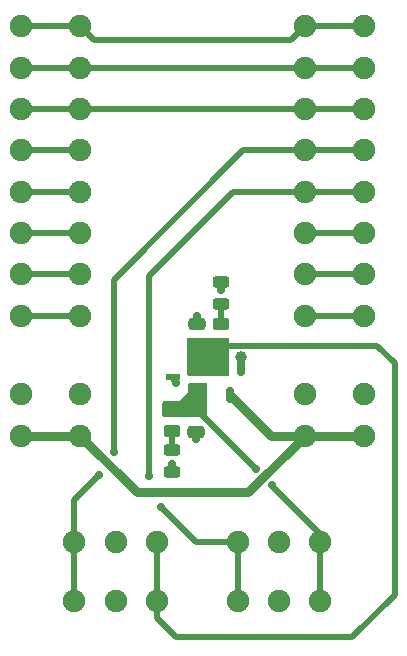
<source format=gtl>
G04 #@! TF.GenerationSoftware,KiCad,Pcbnew,9.0.0*
G04 #@! TF.CreationDate,2025-02-28T23:21:34-08:00*
G04 #@! TF.ProjectId,Constellation STAR ITC V1.1,436f6e73-7465-46c6-9c61-74696f6e2053,rev?*
G04 #@! TF.SameCoordinates,Original*
G04 #@! TF.FileFunction,Copper,L1,Top*
G04 #@! TF.FilePolarity,Positive*
%FSLAX46Y46*%
G04 Gerber Fmt 4.6, Leading zero omitted, Abs format (unit mm)*
G04 Created by KiCad (PCBNEW 9.0.0) date 2025-02-28 23:21:34*
%MOMM*%
%LPD*%
G01*
G04 APERTURE LIST*
G04 Aperture macros list*
%AMRoundRect*
0 Rectangle with rounded corners*
0 $1 Rounding radius*
0 $2 $3 $4 $5 $6 $7 $8 $9 X,Y pos of 4 corners*
0 Add a 4 corners polygon primitive as box body*
4,1,4,$2,$3,$4,$5,$6,$7,$8,$9,$2,$3,0*
0 Add four circle primitives for the rounded corners*
1,1,$1+$1,$2,$3*
1,1,$1+$1,$4,$5*
1,1,$1+$1,$6,$7*
1,1,$1+$1,$8,$9*
0 Add four rect primitives between the rounded corners*
20,1,$1+$1,$2,$3,$4,$5,0*
20,1,$1+$1,$4,$5,$6,$7,0*
20,1,$1+$1,$6,$7,$8,$9,0*
20,1,$1+$1,$8,$9,$2,$3,0*%
G04 Aperture macros list end*
G04 #@! TA.AperFunction,ComponentPad*
%ADD10C,1.900000*%
G04 #@! TD*
G04 #@! TA.AperFunction,SMDPad,CuDef*
%ADD11RoundRect,0.250000X0.450000X-0.262500X0.450000X0.262500X-0.450000X0.262500X-0.450000X-0.262500X0*%
G04 #@! TD*
G04 #@! TA.AperFunction,SMDPad,CuDef*
%ADD12R,1.250000X0.600000*%
G04 #@! TD*
G04 #@! TA.AperFunction,SMDPad,CuDef*
%ADD13RoundRect,0.250000X0.475000X-0.250000X0.475000X0.250000X-0.475000X0.250000X-0.475000X-0.250000X0*%
G04 #@! TD*
G04 #@! TA.AperFunction,SMDPad,CuDef*
%ADD14RoundRect,0.250000X-0.450000X0.262500X-0.450000X-0.262500X0.450000X-0.262500X0.450000X0.262500X0*%
G04 #@! TD*
G04 #@! TA.AperFunction,SMDPad,CuDef*
%ADD15RoundRect,0.243750X-0.456250X0.243750X-0.456250X-0.243750X0.456250X-0.243750X0.456250X0.243750X0*%
G04 #@! TD*
G04 #@! TA.AperFunction,SMDPad,CuDef*
%ADD16RoundRect,0.243750X0.456250X-0.243750X0.456250X0.243750X-0.456250X0.243750X-0.456250X-0.243750X0*%
G04 #@! TD*
G04 #@! TA.AperFunction,SMDPad,CuDef*
%ADD17RoundRect,0.150000X-0.150000X0.512500X-0.150000X-0.512500X0.150000X-0.512500X0.150000X0.512500X0*%
G04 #@! TD*
G04 #@! TA.AperFunction,SMDPad,CuDef*
%ADD18RoundRect,0.250000X-0.475000X0.250000X-0.475000X-0.250000X0.475000X-0.250000X0.475000X0.250000X0*%
G04 #@! TD*
G04 #@! TA.AperFunction,ViaPad*
%ADD19C,0.700000*%
G04 #@! TD*
G04 #@! TA.AperFunction,ViaPad*
%ADD20C,1.000000*%
G04 #@! TD*
G04 #@! TA.AperFunction,Conductor*
%ADD21C,0.500000*%
G04 #@! TD*
G04 #@! TA.AperFunction,Conductor*
%ADD22C,0.750000*%
G04 #@! TD*
G04 APERTURE END LIST*
D10*
X44450000Y-61270000D03*
X39450000Y-61270000D03*
X44450000Y-64770000D03*
X39450000Y-64770000D03*
D11*
X56360000Y-57154999D03*
X56360000Y-55329999D03*
D12*
X54430000Y-60780000D03*
X54430000Y-58880000D03*
X52329999Y-59830000D03*
D13*
X54329999Y-57179999D03*
X54329999Y-55280001D03*
D14*
X52279999Y-62567499D03*
X52279999Y-64392499D03*
D10*
X63500000Y-64770000D03*
X68500000Y-64770000D03*
X63500000Y-61270000D03*
X68500000Y-61270000D03*
X63500000Y-54610000D03*
X68500000Y-54610000D03*
X63500000Y-51109999D03*
X68500000Y-51109999D03*
X63500000Y-47609998D03*
X68500000Y-47609998D03*
X63500000Y-44109998D03*
X68500000Y-44109998D03*
X63500000Y-40609997D03*
X68500000Y-40609997D03*
X63500000Y-37109997D03*
X68500000Y-37109997D03*
X63500000Y-33609996D03*
X68500000Y-33609996D03*
X63500000Y-30109995D03*
X68500000Y-30109995D03*
D15*
X56360000Y-51754998D03*
X56360000Y-53630000D03*
D10*
X43959999Y-73730000D03*
X43959999Y-78730000D03*
X47459999Y-73730000D03*
X47459999Y-78730000D03*
X50960000Y-73730000D03*
X50960000Y-78730000D03*
D16*
X52279999Y-67867500D03*
X52279999Y-65992498D03*
D17*
X58079998Y-59012500D03*
X56180000Y-59012500D03*
X57129999Y-61287500D03*
D18*
X54279999Y-62530000D03*
X54279999Y-64429998D03*
D10*
X57799999Y-73730000D03*
X57799999Y-78730000D03*
X61299999Y-73730000D03*
X61299999Y-78730000D03*
X64800000Y-73730000D03*
X64800000Y-78730000D03*
X44450000Y-30109995D03*
X39450000Y-30109995D03*
X44450000Y-33609996D03*
X39450000Y-33609996D03*
X44450000Y-37109997D03*
X39450000Y-37109997D03*
X44450000Y-40609997D03*
X39450000Y-40609997D03*
X44450000Y-44109998D03*
X39450000Y-44109998D03*
X44450000Y-47609998D03*
X39450000Y-47609998D03*
X44450000Y-51109999D03*
X39450000Y-51109999D03*
X44450000Y-54610000D03*
X39450000Y-54610000D03*
D19*
X59355926Y-67605926D03*
X60720000Y-68960000D03*
X54280000Y-65090000D03*
X54340000Y-54620000D03*
X52270000Y-67200000D03*
X52610000Y-60280000D03*
X56360000Y-52430000D03*
D20*
X58060000Y-58090000D03*
D19*
X46080000Y-68070000D03*
X47330000Y-66180000D03*
X50290000Y-68200000D03*
X51300000Y-70780000D03*
D21*
X64800000Y-73080000D02*
X64800000Y-73730000D01*
X64800000Y-73730000D02*
X64800000Y-78730000D01*
X59355926Y-67605926D02*
X54279999Y-62530000D01*
X60720000Y-68960000D02*
X60720000Y-69000000D01*
X60720000Y-69000000D02*
X64800000Y-73080000D01*
X52329999Y-59999999D02*
X52329999Y-59830000D01*
X54329999Y-55280001D02*
X54329999Y-54630001D01*
X52279999Y-67209999D02*
X52270000Y-67200000D01*
X56360000Y-51754998D02*
X56360000Y-52430000D01*
X54329999Y-54630001D02*
X54340000Y-54620000D01*
X52279999Y-67867500D02*
X52279999Y-67209999D01*
X58079998Y-59012500D02*
X58079998Y-58109998D01*
X54279999Y-64429998D02*
X54280000Y-65090000D01*
X58079998Y-58109998D02*
X58060000Y-58090000D01*
X52610000Y-60280000D02*
X52329999Y-59999999D01*
X67510000Y-81850000D02*
X71110000Y-78250000D01*
X50960000Y-73730000D02*
X50960000Y-78730000D01*
X50960000Y-78730000D02*
X50960000Y-80210000D01*
X56375999Y-57139000D02*
X56360000Y-57154999D01*
X71110000Y-78250000D02*
X71110000Y-58620000D01*
X69629000Y-57139000D02*
X56375999Y-57139000D01*
X52600000Y-81850000D02*
X67510000Y-81850000D01*
X50960000Y-80210000D02*
X52600000Y-81850000D01*
X71110000Y-58620000D02*
X69629000Y-57139000D01*
X56360000Y-53630000D02*
X56360000Y-55329999D01*
X52279999Y-64392499D02*
X52279999Y-65992498D01*
X68500000Y-33609996D02*
X63500000Y-33609996D01*
X63500000Y-33609996D02*
X44450000Y-33609995D01*
X44450000Y-33609995D02*
X39450001Y-33609996D01*
X63500000Y-30109995D02*
X68500000Y-30109995D01*
X45651005Y-31311000D02*
X62298995Y-31311000D01*
X39450000Y-30109995D02*
X44450000Y-30109995D01*
X44450000Y-30109995D02*
X45651005Y-31311000D01*
X62298995Y-31311000D02*
X63500000Y-30109995D01*
X63500000Y-37109997D02*
X68500000Y-37109997D01*
X39450000Y-37109997D02*
X44450000Y-37109997D01*
X44450000Y-37109997D02*
X63500000Y-37109997D01*
D22*
X58710000Y-69560000D02*
X63500000Y-64770000D01*
X49240000Y-69560000D02*
X58710000Y-69560000D01*
X60612499Y-64770000D02*
X63500000Y-64770000D01*
X39450000Y-64770000D02*
X44450000Y-64770000D01*
X44450000Y-64770000D02*
X49240000Y-69560000D01*
X63500000Y-64770000D02*
X68500000Y-64770000D01*
X57129999Y-61287500D02*
X60612499Y-64770000D01*
D21*
X44450000Y-54610000D02*
X39450000Y-54610000D01*
X68500000Y-40609997D02*
X63500000Y-40609997D01*
X58290003Y-40609997D02*
X63500000Y-40609997D01*
X46080000Y-68070000D02*
X43959999Y-70190001D01*
X43959999Y-70190001D02*
X43959999Y-73730000D01*
X47330000Y-66180000D02*
X47330000Y-51570000D01*
X43959999Y-73730000D02*
X43959999Y-78730000D01*
X47330000Y-51570000D02*
X58290003Y-40609997D01*
X54250000Y-73730000D02*
X57799999Y-73730000D01*
X57799999Y-73730000D02*
X57799999Y-78730000D01*
X51300000Y-70780000D02*
X54250000Y-73730000D01*
X50290000Y-51210000D02*
X50290000Y-68200000D01*
X68500000Y-44109998D02*
X63500000Y-44109998D01*
X63500000Y-44109998D02*
X57390002Y-44109998D01*
X57390002Y-44109998D02*
X50290000Y-51210000D01*
X39450000Y-44109998D02*
X44450000Y-44109998D01*
X39450000Y-40609998D02*
X44450000Y-40609998D01*
X39450000Y-47609998D02*
X44450000Y-47609998D01*
X44450000Y-51109999D02*
X39450000Y-51109999D01*
X63500000Y-51110000D02*
X68499999Y-51109999D01*
X63500000Y-47609998D02*
X68500000Y-47609998D01*
X68500000Y-54610000D02*
X63500000Y-54610000D01*
G04 #@! TA.AperFunction,Conductor*
G36*
X57037737Y-56489413D02*
G01*
X57083645Y-56542084D01*
X57095000Y-56593922D01*
X57095000Y-57800778D01*
X57092617Y-57824970D01*
X57059500Y-57991456D01*
X57059500Y-57991459D01*
X57059500Y-58188541D01*
X57059500Y-58188543D01*
X57059499Y-58188543D01*
X57092617Y-58355029D01*
X57095000Y-58379221D01*
X57095000Y-59566000D01*
X57075315Y-59633039D01*
X57022511Y-59678794D01*
X56971000Y-59690000D01*
X53633231Y-59690000D01*
X53566192Y-59670315D01*
X53520437Y-59617511D01*
X53509233Y-59566773D01*
X53500645Y-58188543D01*
X53490775Y-56604410D01*
X53510042Y-56537250D01*
X53562560Y-56491167D01*
X53614410Y-56479639D01*
X56970641Y-56469923D01*
X57037737Y-56489413D01*
G37*
G04 #@! TD.AperFunction*
G04 #@! TA.AperFunction,Conductor*
G36*
X55175677Y-60319685D02*
G01*
X55196319Y-60336319D01*
X55203681Y-60343681D01*
X55237166Y-60405004D01*
X55240000Y-60431362D01*
X55240000Y-62942383D01*
X55231355Y-62971823D01*
X55224832Y-63001810D01*
X55221077Y-63006825D01*
X55220315Y-63009422D01*
X55203681Y-63030064D01*
X55040064Y-63193681D01*
X54978741Y-63227166D01*
X54952383Y-63230000D01*
X51607616Y-63230000D01*
X51540577Y-63210315D01*
X51519935Y-63193681D01*
X51466319Y-63140065D01*
X51432834Y-63078742D01*
X51430000Y-63052384D01*
X51430000Y-61974000D01*
X51449685Y-61906961D01*
X51502489Y-61861206D01*
X51554000Y-61850000D01*
X52840000Y-61850000D01*
X53600000Y-61090000D01*
X53600000Y-60424000D01*
X53619685Y-60356961D01*
X53672489Y-60311206D01*
X53724000Y-60300000D01*
X55108638Y-60300000D01*
X55175677Y-60319685D01*
G37*
G04 #@! TD.AperFunction*
M02*

</source>
